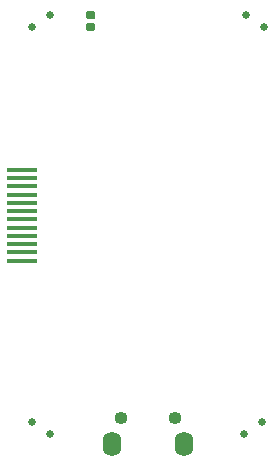
<source format=gbr>
%TF.GenerationSoftware,KiCad,Pcbnew,5.1.5+dfsg1-2~bpo10+1*%
%TF.CreationDate,Date%
%TF.ProjectId,osw,6f73772e-6b69-4636-9164-5f7063625858,3.1*%
%TF.SameCoordinates,Original*%
%TF.FileFunction,Soldermask,Bot*%
%TF.FilePolarity,Negative*%
%FSLAX46Y46*%
G04 Gerber Fmt 4.6, Leading zero omitted, Abs format (unit mm)*
G04 Created by KiCad*
%MOMM*%
%LPD*%
G04 APERTURE LIST*
%ADD10C,0.652000*%
%ADD11R,2.602000X0.452000*%
%ADD12C,0.100000*%
%ADD13O,1.100000X1.100000*%
%ADD14O,1.600000X2.100000*%
G04 APERTURE END LIST*
D10*
%TO.C,SW2*%
X169852058Y-93280731D03*
X168325386Y-92250978D03*
%TD*%
%TO.C,SW1*%
X151729158Y-92240869D03*
X150202486Y-93270622D03*
%TD*%
%TO.C,SW5*%
X150213342Y-126721369D03*
X151740014Y-127751122D03*
%TD*%
%TO.C,SW4*%
X168200066Y-127772769D03*
X169744478Y-126769816D03*
%TD*%
D11*
%TO.C,U4*%
X149380000Y-108870000D03*
X149380000Y-108170000D03*
X149380000Y-107470000D03*
X149380000Y-106770000D03*
X149380000Y-106070000D03*
X149380000Y-105370000D03*
X149380000Y-109570000D03*
X149380000Y-110270000D03*
X149380000Y-110970000D03*
X149380000Y-111670000D03*
X149380000Y-112370000D03*
X149380000Y-113070000D03*
%TD*%
D12*
%TO.C,R5*%
G36*
X155408957Y-92913333D02*
G01*
X155425751Y-92915824D01*
X155442219Y-92919949D01*
X155458204Y-92925669D01*
X155473552Y-92932928D01*
X155488114Y-92941656D01*
X155501750Y-92951769D01*
X155514329Y-92963171D01*
X155525731Y-92975750D01*
X155535844Y-92989386D01*
X155544572Y-93003948D01*
X155551831Y-93019296D01*
X155557551Y-93035281D01*
X155561676Y-93051749D01*
X155564167Y-93068543D01*
X155565000Y-93085500D01*
X155565000Y-93431500D01*
X155564167Y-93448457D01*
X155561676Y-93465251D01*
X155557551Y-93481719D01*
X155551831Y-93497704D01*
X155544572Y-93513052D01*
X155535844Y-93527614D01*
X155525731Y-93541250D01*
X155514329Y-93553829D01*
X155501750Y-93565231D01*
X155488114Y-93575344D01*
X155473552Y-93584072D01*
X155458204Y-93591331D01*
X155442219Y-93597051D01*
X155425751Y-93601176D01*
X155408957Y-93603667D01*
X155392000Y-93604500D01*
X154996000Y-93604500D01*
X154979043Y-93603667D01*
X154962249Y-93601176D01*
X154945781Y-93597051D01*
X154929796Y-93591331D01*
X154914448Y-93584072D01*
X154899886Y-93575344D01*
X154886250Y-93565231D01*
X154873671Y-93553829D01*
X154862269Y-93541250D01*
X154852156Y-93527614D01*
X154843428Y-93513052D01*
X154836169Y-93497704D01*
X154830449Y-93481719D01*
X154826324Y-93465251D01*
X154823833Y-93448457D01*
X154823000Y-93431500D01*
X154823000Y-93085500D01*
X154823833Y-93068543D01*
X154826324Y-93051749D01*
X154830449Y-93035281D01*
X154836169Y-93019296D01*
X154843428Y-93003948D01*
X154852156Y-92989386D01*
X154862269Y-92975750D01*
X154873671Y-92963171D01*
X154886250Y-92951769D01*
X154899886Y-92941656D01*
X154914448Y-92932928D01*
X154929796Y-92925669D01*
X154945781Y-92919949D01*
X154962249Y-92915824D01*
X154979043Y-92913333D01*
X154996000Y-92912500D01*
X155392000Y-92912500D01*
X155408957Y-92913333D01*
G37*
G36*
X155408957Y-91943333D02*
G01*
X155425751Y-91945824D01*
X155442219Y-91949949D01*
X155458204Y-91955669D01*
X155473552Y-91962928D01*
X155488114Y-91971656D01*
X155501750Y-91981769D01*
X155514329Y-91993171D01*
X155525731Y-92005750D01*
X155535844Y-92019386D01*
X155544572Y-92033948D01*
X155551831Y-92049296D01*
X155557551Y-92065281D01*
X155561676Y-92081749D01*
X155564167Y-92098543D01*
X155565000Y-92115500D01*
X155565000Y-92461500D01*
X155564167Y-92478457D01*
X155561676Y-92495251D01*
X155557551Y-92511719D01*
X155551831Y-92527704D01*
X155544572Y-92543052D01*
X155535844Y-92557614D01*
X155525731Y-92571250D01*
X155514329Y-92583829D01*
X155501750Y-92595231D01*
X155488114Y-92605344D01*
X155473552Y-92614072D01*
X155458204Y-92621331D01*
X155442219Y-92627051D01*
X155425751Y-92631176D01*
X155408957Y-92633667D01*
X155392000Y-92634500D01*
X154996000Y-92634500D01*
X154979043Y-92633667D01*
X154962249Y-92631176D01*
X154945781Y-92627051D01*
X154929796Y-92621331D01*
X154914448Y-92614072D01*
X154899886Y-92605344D01*
X154886250Y-92595231D01*
X154873671Y-92583829D01*
X154862269Y-92571250D01*
X154852156Y-92557614D01*
X154843428Y-92543052D01*
X154836169Y-92527704D01*
X154830449Y-92511719D01*
X154826324Y-92495251D01*
X154823833Y-92478457D01*
X154823000Y-92461500D01*
X154823000Y-92115500D01*
X154823833Y-92098543D01*
X154826324Y-92081749D01*
X154830449Y-92065281D01*
X154836169Y-92049296D01*
X154843428Y-92033948D01*
X154852156Y-92019386D01*
X154862269Y-92005750D01*
X154873671Y-91993171D01*
X154886250Y-91981769D01*
X154899886Y-91971656D01*
X154914448Y-91962928D01*
X154929796Y-91955669D01*
X154945781Y-91949949D01*
X154962249Y-91945824D01*
X154979043Y-91943333D01*
X154996000Y-91942500D01*
X155392000Y-91942500D01*
X155408957Y-91943333D01*
G37*
%TD*%
D13*
%TO.C,U5*%
X162306000Y-126404500D03*
X157734000Y-126404500D03*
D14*
X163068000Y-128627000D03*
X156972000Y-128627000D03*
%TD*%
M02*

</source>
